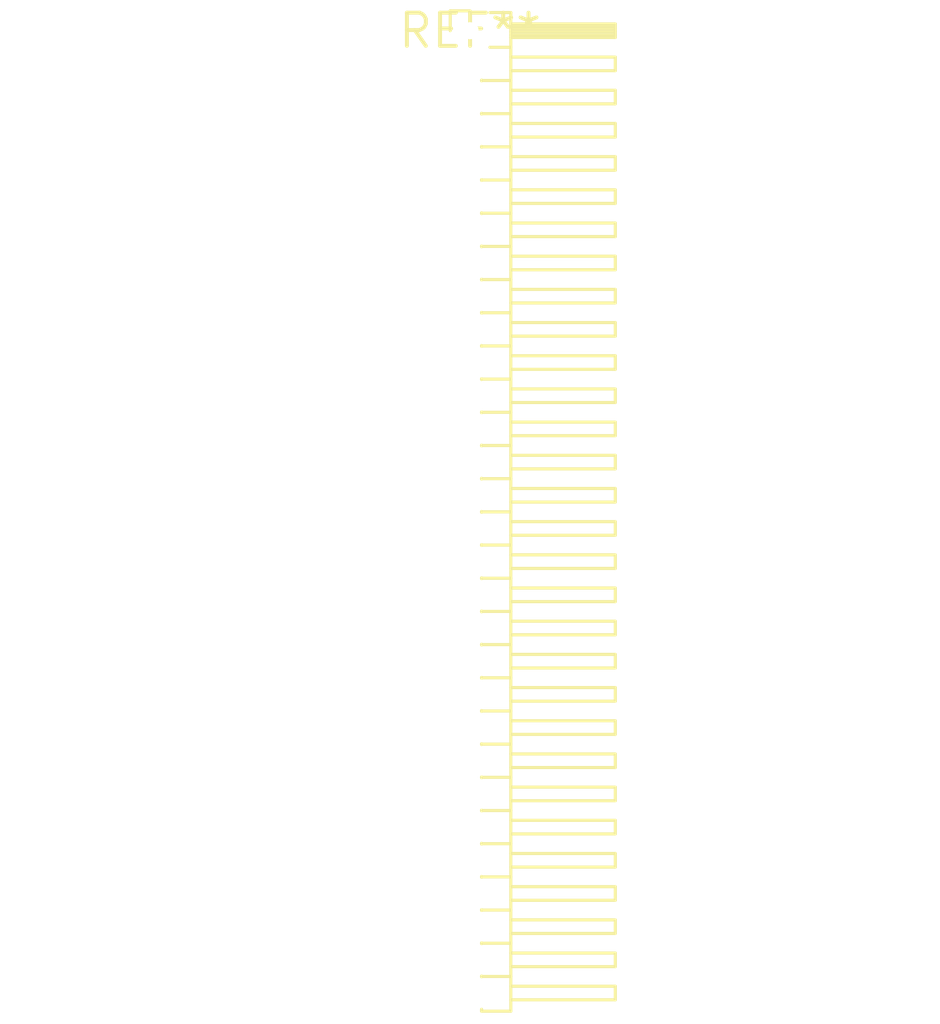
<source format=kicad_pcb>
(kicad_pcb (version 20240108) (generator pcbnew)
  (layers (0 "F.Cu" signal) (31 "B.Cu" signal) (34 "B.Paste" user) (35 "F.Paste" user) (36 "B.SilkS" user "B.Silkscreen") (37 "F.SilkS" user "F.Silkscreen") (38 "B.Mask" user) (39 "F.Mask" user) (44 "Edge.Cuts" user))
  (net 0 "")
  (footprint "PinHeader_1x30_P1.27mm_Horizontal" (layer "F.Cu") (at 0 0)
    (property "Reference" "REF**")
    (property "Value" "PinHeader_1x30_P1.27mm_Horizontal")
    (fp_line (start -0.76 -0.76) (end 0 -0.76) (layer "F.SilkS") (stroke (width 0.12)))
    (fp_line (start -0.76 0) (end -0.76 -0.76) (layer "F.SilkS") (stroke (width 0.12)))
    (fp_line (start 0.44 1.889677) (end 0.44 1.920323) (layer "F.SilkS") (stroke (width 0.12)))
    (fp_line (start 0.44 1.905) (end 1.56 1.905) (layer "F.SilkS") (stroke (width 0.12)))
    (fp_line (start 0.44 3.159677) (end 0.44 3.190323) (layer "F.SilkS") (stroke (width 0.12)))
    (fp_line (start 0.44 3.175) (end 1.56 3.175) (layer "F.SilkS") (stroke (width 0.12)))
    (fp_line (start 0.44 4.429677) (end 0.44 4.460323) (layer "F.SilkS") (stroke (width 0.12)))
    (fp_line (start 0.44 4.445) (end 1.56 4.445) (layer "F.SilkS") (stroke (width 0.12)))
    (fp_line (start 0.44 5.699677) (end 0.44 5.730323) (layer "F.SilkS") (stroke (width 0.12)))
    (fp_line (start 0.44 5.715) (end 1.56 5.715) (layer "F.SilkS") (stroke (width 0.12)))
    (fp_line (start 0.44 6.969677) (end 0.44 7.000323) (layer "F.SilkS") (stroke (width 0.12)))
    (fp_line (start 0.44 6.985) (end 1.56 6.985) (layer "F.SilkS") (stroke (width 0.12)))
    (fp_line (start 0.44 8.239677) (end 0.44 8.270323) (layer "F.SilkS") (stroke (width 0.12)))
    (fp_line (start 0.44 8.255) (end 1.56 8.255) (layer "F.SilkS") (stroke (width 0.12)))
    (fp_line (start 0.44 9.509677) (end 0.44 9.540323) (layer "F.SilkS") (stroke (width 0.12)))
    (fp_line (start 0.44 9.525) (end 1.56 9.525) (layer "F.SilkS") (stroke (width 0.12)))
    (fp_line (start 0.44 10.779677) (end 0.44 10.810323) (layer "F.SilkS") (stroke (width 0.12)))
    (fp_line (start 0.44 10.795) (end 1.56 10.795) (layer "F.SilkS") (stroke (width 0.12)))
    (fp_line (start 0.44 12.049677) (end 0.44 12.080323) (layer "F.SilkS") (stroke (width 0.12)))
    (fp_line (start 0.44 12.065) (end 1.56 12.065) (layer "F.SilkS") (stroke (width 0.12)))
    (fp_line (start 0.44 13.319677) (end 0.44 13.350323) (layer "F.SilkS") (stroke (width 0.12)))
    (fp_line (start 0.44 13.335) (end 1.56 13.335) (layer "F.SilkS") (stroke (width 0.12)))
    (fp_line (start 0.44 14.589677) (end 0.44 14.620323) (layer "F.SilkS") (stroke (width 0.12)))
    (fp_line (start 0.44 14.605) (end 1.56 14.605) (layer "F.SilkS") (stroke (width 0.12)))
    (fp_line (start 0.44 15.859677) (end 0.44 15.890323) (layer "F.SilkS") (stroke (width 0.12)))
    (fp_line (start 0.44 15.875) (end 1.56 15.875) (layer "F.SilkS") (stroke (width 0.12)))
    (fp_line (start 0.44 17.129677) (end 0.44 17.160323) (layer "F.SilkS") (stroke (width 0.12)))
    (fp_line (start 0.44 17.145) (end 1.56 17.145) (layer "F.SilkS") (stroke (width 0.12)))
    (fp_line (start 0.44 18.399677) (end 0.44 18.430323) (layer "F.SilkS") (stroke (width 0.12)))
    (fp_line (start 0.44 18.415) (end 1.56 18.415) (layer "F.SilkS") (stroke (width 0.12)))
    (fp_line (start 0.44 19.669677) (end 0.44 19.700323) (layer "F.SilkS") (stroke (width 0.12)))
    (fp_line (start 0.44 19.685) (end 1.56 19.685) (layer "F.SilkS") (stroke (width 0.12)))
    (fp_line (start 0.44 20.939677) (end 0.44 20.970323) (layer "F.SilkS") (stroke (width 0.12)))
    (fp_line (start 0.44 20.955) (end 1.56 20.955) (layer "F.SilkS") (stroke (width 0.12)))
    (fp_line (start 0.44 22.209677) (end 0.44 22.240323) (layer "F.SilkS") (stroke (width 0.12)))
    (fp_line (start 0.44 22.225) (end 1.56 22.225) (layer "F.SilkS") (stroke (width 0.12)))
    (fp_line (start 0.44 23.479677) (end 0.44 23.510323) (layer "F.SilkS") (stroke (width 0.12)))
    (fp_line (start 0.44 23.495) (end 1.56 23.495) (layer "F.SilkS") (stroke (width 0.12)))
    (fp_line (start 0.44 24.749677) (end 0.44 24.780323) (layer "F.SilkS") (stroke (width 0.12)))
    (fp_line (start 0.44 24.765) (end 1.56 24.765) (layer "F.SilkS") (stroke (width 0.12)))
    (fp_line (start 0.44 26.019677) (end 0.44 26.050323) (layer "F.SilkS") (stroke (width 0.12)))
    (fp_line (start 0.44 26.035) (end 1.56 26.035) (layer "F.SilkS") (stroke (width 0.12)))
    (fp_line (start 0.44 27.289677) (end 0.44 27.320323) (layer "F.SilkS") (stroke (width 0.12)))
    (fp_line (start 0.44 27.305) (end 1.56 27.305) (layer "F.SilkS") (stroke (width 0.12)))
    (fp_line (start 0.44 28.559677) (end 0.44 28.590323) (layer "F.SilkS") (stroke (width 0.12)))
    (fp_line (start 0.44 28.575) (end 1.56 28.575) (layer "F.SilkS") (stroke (width 0.12)))
    (fp_line (start 0.44 29.829677) (end 0.44 29.860323) (layer "F.SilkS") (stroke (width 0.12)))
    (fp_line (start 0.44 29.845) (end 1.56 29.845) (layer "F.SilkS") (stroke (width 0.12)))
    (fp_line (start 0.44 31.099677) (end 0.44 31.130323) (layer "F.SilkS") (stroke (width 0.12)))
    (fp_line (start 0.44 31.115) (end 1.56 31.115) (layer "F.SilkS") (stroke (width 0.12)))
    (fp_line (start 0.44 32.369677) (end 0.44 32.400323) (layer "F.SilkS") (stroke (width 0.12)))
    (fp_line (start 0.44 32.385) (end 1.56 32.385) (layer "F.SilkS") (stroke (width 0.12)))
    (fp_line (start 0.44 33.639677) (end 0.44 33.670323) (layer "F.SilkS") (stroke (width 0.12)))
    (fp_line (start 0.44 33.655) (end 1.56 33.655) (layer "F.SilkS") (stroke (width 0.12)))
    (fp_line (start 0.44 34.909677) (end 0.44 34.940323) (layer "F.SilkS") (stroke (width 0.12)))
    (fp_line (start 0.44 34.925) (end 1.56 34.925) (layer "F.SilkS") (stroke (width 0.12)))
    (fp_line (start 0.44 36.179677) (end 0.44 36.210323) (layer "F.SilkS") (stroke (width 0.12)))
    (fp_line (start 0.44 36.195) (end 1.56 36.195) (layer "F.SilkS") (stroke (width 0.12)))
    (fp_line (start 0.44 37.525) (end 0.44 37.449677) (layer "F.SilkS") (stroke (width 0.12)))
    (fp_line (start 0.76 -0.695) (end 1.56 -0.695) (layer "F.SilkS") (stroke (width 0.12)))
    (fp_line (start 0.76 0.635) (end 1.56 0.635) (layer "F.SilkS") (stroke (width 0.12)))
    (fp_line (start 1.56 -0.695) (end 1.56 37.525) (layer "F.SilkS") (stroke (width 0.12)))
    (fp_line (start 1.56 -0.26) (end 5.56 -0.26) (layer "F.SilkS") (stroke (width 0.12)))
    (fp_line (start 1.56 -0.2) (end 5.56 -0.2) (layer "F.SilkS") (stroke (width 0.12)))
    (fp_line (start 1.56 -0.08) (end 5.56 -0.08) (layer "F.SilkS") (stroke (width 0.12)))
    (fp_line (start 1.56 0.04) (end 5.56 0.04) (layer "F.SilkS") (stroke (width 0.12)))
    (fp_line (start 1.56 0.16) (end 5.56 0.16) (layer "F.SilkS") (stroke (width 0.12)))
    (fp_line (start 1.56 1.01) (end 5.56 1.01) (layer "F.SilkS") (stroke (width 0.12)))
    (fp_line (start 1.56 2.28) (end 5.56 2.28) (layer "F.SilkS") (stroke (width 0.12)))
    (fp_line (start 1.56 3.55) (end 5.56 3.55) (layer "F.SilkS") (stroke (width 0.12)))
    (fp_line (start 1.56 4.82) (end 5.56 4.82) (layer "F.SilkS") (stroke (width 0.12)))
    (fp_line (start 1.56 6.09) (end 5.56 6.09) (layer "F.SilkS") (stroke (width 0.12)))
    (fp_line (start 1.56 7.36) (end 5.56 7.36) (layer "F.SilkS") (stroke (width 0.12)))
    (fp_line (start 1.56 8.63) (end 5.56 8.63) (layer "F.SilkS") (stroke (width 0.12)))
    (fp_line (start 1.56 9.9) (end 5.56 9.9) (layer "F.SilkS") (stroke (width 0.12)))
    (fp_line (start 1.56 11.17) (end 5.56 11.17) (layer "F.SilkS") (stroke (width 0.12)))
    (fp_line (start 1.56 12.44) (end 5.56 12.44) (layer "F.SilkS") (stroke (width 0.12)))
    (fp_line (start 1.56 13.71) (end 5.56 13.71) (layer "F.SilkS") (stroke (width 0.12)))
    (fp_line (start 1.56 14.98) (end 5.56 14.98) (layer "F.SilkS") (stroke (width 0.12)))
    (fp_line (start 1.56 16.25) (end 5.56 16.25) (layer "F.SilkS") (stroke (width 0.12)))
    (fp_line (start 1.56 17.52) (end 5.56 17.52) (layer "F.SilkS") (stroke (width 0.12)))
    (fp_line (start 1.56 18.79) (end 5.56 18.79) (layer "F.SilkS") (stroke (width 0.12)))
    (fp_line (start 1.56 20.06) (end 5.56 20.06) (layer "F.SilkS") (stroke (width 0.12)))
    (fp_line (start 1.56 21.33) (end 5.56 21.33) (layer "F.SilkS") (stroke (width 0.12)))
    (fp_line (start 1.56 22.6) (end 5.56 22.6) (layer "F.SilkS") (stroke (width 0.12)))
    (fp_line (start 1.56 23.87) (end 5.56 23.87) (layer "F.SilkS") (stroke (width 0.12)))
    (fp_line (start 1.56 25.14) (end 5.56 25.14) (layer "F.SilkS") (stroke (width 0.12)))
    (fp_line (start 1.56 26.41) (end 5.56 26.41) (layer "F.SilkS") (stroke (width 0.12)))
    (fp_line (start 1.56 27.68) (end 5.56 27.68) (layer "F.SilkS") (stroke (width 0.12)))
    (fp_line (start 1.56 28.95) (end 5.56 28.95) (layer "F.SilkS") (stroke (width 0.12)))
    (fp_line (start 1.56 30.22) (end 5.56 30.22) (layer "F.SilkS") (stroke (width 0.12)))
    (fp_line (start 1.56 31.49) (end 5.56 31.49) (layer "F.SilkS") (stroke (width 0.12)))
    (fp_line (start 1.56 32.76) (end 5.56 32.76) (layer "F.SilkS") (stroke (width 0.12)))
    (fp_line (start 1.56 34.03) (end 5.56 34.03) (layer "F.SilkS") (stroke (width 0.12)))
    (fp_line (start 1.56 35.3) (end 5.56 35.3) (layer "F.SilkS") (stroke (width 0.12)))
    (fp_line (start 1.56 36.57) (end 5.56 36.57) (layer "F.SilkS") (stroke (width 0.12)))
    (fp_line (start 1.56 37.525) (end 0.44 37.525) (layer "F.SilkS") (stroke (width 0.12)))
    (fp_line (start 5.56 -0.26) (end 5.56 0.26) (layer "F.SilkS") (stroke (width 0.12)))
    (fp_line (start 5.56 0.26) (end 1.56 0.26) (layer "F.SilkS") (stroke (width 0.12)))
    (fp_line (start 5.56 1.01) (end 5.56 1.53) (layer "F.SilkS") (stroke (width 0.12)))
    (fp_line (start 5.56 1.53) (end 1.56 1.53) (layer "F.SilkS") (stroke (width 0.12)))
    (fp_line (start 5.56 2.28) (end 5.56 2.8) (layer "F.SilkS") (stroke (width 0.12)))
    (fp_line (start 5.56 2.8) (end 1.56 2.8) (layer "F.SilkS") (stroke (width 0.12)))
    (fp_line (start 5.56 3.55) (end 5.56 4.07) (layer "F.SilkS") (stroke (width 0.12)))
    (fp_line (start 5.56 4.07) (end 1.56 4.07) (layer "F.SilkS") (stroke (width 0.12)))
    (fp_line (start 5.56 4.82) (end 5.56 5.34) (layer "F.SilkS") (stroke (width 0.12)))
    (fp_line (start 5.56 5.34) (end 1.56 5.34) (layer "F.SilkS") (stroke (width 0.12)))
    (fp_line (start 5.56 6.09) (end 5.56 6.61) (layer "F.SilkS") (stroke (width 0.12)))
    (fp_line (start 5.56 6.61) (end 1.56 6.61) (layer "F.SilkS") (stroke (width 0.12)))
    (fp_line (start 5.56 7.36) (end 5.56 7.88) (layer "F.SilkS") (stroke (width 0.12)))
    (fp_line (start 5.56 7.88) (end 1.56 7.88) (layer "F.SilkS") (stroke (width 0.12)))
    (fp_line (start 5.56 8.63) (end 5.56 9.15) (layer "F.SilkS") (stroke (width 0.12)))
    (fp_line (start 5.56 9.15) (end 1.56 9.15) (layer "F.SilkS") (stroke (width 0.12)))
    (fp_line (start 5.56 9.9) (end 5.56 10.42) (layer "F.SilkS") (stroke (width 0.12)))
    (fp_line (start 5.56 10.42) (end 1.56 10.42) (layer "F.SilkS") (stroke (width 0.12)))
    (fp_line (start 5.56 11.17) (end 5.56 11.69) (layer "F.SilkS") (stroke (width 0.12)))
    (fp_line (start 5.56 11.69) (end 1.56 11.69) (layer "F.SilkS") (stroke (width 0.12)))
    (fp_line (start 5.56 12.44) (end 5.56 12.96) (layer "F.SilkS") (stroke (width 0.12)))
    (fp_line (start 5.56 12.96) (end 1.56 12.96) (layer "F.SilkS") (stroke (width 0.12)))
    (fp_line (start 5.56 13.71) (end 5.56 14.23) (layer "F.SilkS") (stroke (width 0.12)))
    (fp_line (start 5.56 14.23) (end 1.56 14.23) (layer "F.SilkS") (stroke (width 0.12)))
    (fp_line (start 5.56 14.98) (end 5.56 15.5) (layer "F.SilkS") (stroke (width 0.12)))
    (fp_line (start 5.56 15.5) (end 1.56 15.5) (layer "F.SilkS") (stroke (width 0.12)))
    (fp_line (start 5.56 16.25) (end 5.56 16.77) (layer "F.SilkS") (stroke (width 0.12)))
    (fp_line (start 5.56 16.77) (end 1.56 16.77) (layer "F.SilkS") (stroke (width 0.12)))
    (fp_line (start 5.56 17.52) (end 5.56 18.04) (layer "F.SilkS") (stroke (width 0.12)))
    (fp_line (start 5.56 18.04) (end 1.56 18.04) (layer "F.SilkS") (stroke (width 0.12)))
    (fp_line (start 5.56 18.79) (end 5.56 19.31) (layer "F.SilkS") (stroke (width 0.12)))
    (fp_line (start 5.56 19.31) (end 1.56 19.31) (layer "F.SilkS") (stroke (width 0.12)))
    (fp_line (start 5.56 20.06) (end 5.56 20.58) (layer "F.SilkS") (stroke (width 0.12)))
    (fp_line (start 5.56 20.58) (end 1.56 20.58) (layer "F.SilkS") (stroke (width 0.12)))
    (fp_line (start 5.56 21.33) (end 5.56 21.85) (layer "F.SilkS") (stroke (width 0.12)))
    (fp_line (start 5.56 21.85) (end 1.56 21.85) (layer "F.SilkS") (stroke (width 0.12)))
    (fp_line (start 5.56 22.6) (end 5.56 23.12) (layer "F.SilkS") (stroke (width 0.12)))
    (fp_line (start 5.56 23.12) (end 1.56 23.12) (layer "F.SilkS") (stroke (width 0.12)))
    (fp_line (start 5.56 23.87) (end 5.56 24.39) (layer "F.SilkS") (stroke (width 0.12)))
    (fp_line (start 5.56 24.39) (end 1.56 24.39) (layer "F.SilkS") (stroke (width 0.12)))
    (fp_line (start 5.56 25.14) (end 5.56 25.66) (layer "F.SilkS") (stroke (width 0.12)))
    (fp_line (start 5.56 25.66) (end 1.56 25.66) (layer "F.SilkS") (stroke (width 0.12)))
    (fp_line (start 5.56 26.41) (end 5.56 26.93) (layer "F.SilkS") (stroke (width 0.12)))
    (fp_line (start 5.56 26.93) (end 1.56 26.93) (layer "F.SilkS") (stroke (width 0.12)))
    (fp_line (start 5.56 27.68) (end 5.56 28.2) (layer "F.SilkS") (stroke (width 0.12)))
    (fp_line (start 5.56 28.2) (end 1.56 28.2) (layer "F.SilkS") (stroke (width 0.12)))
    (fp_line (start 5.56 28.95) (end 5.56 29.47) (layer "F.SilkS") (stroke (width 0.12)))
    (fp_line (start 5.56 29.47) (end 1.56 29.47) (layer "F.SilkS") (stroke (width 0.12)))
    (fp_line (start 5.56 30.22) (end 5.56 30.74) (layer "F.SilkS") (stroke (width 0.12)))
    (fp_line (start 5.56 30.74) (end 1.56 30.74) (layer "F.SilkS") (stroke (width 0.12)))
    (fp_line (start 5.56 31.49) (end 5.56 32.01) (layer "F.SilkS") (stroke (width 0.12)))
    (fp_line (start 5.56 32.01) (end 1.56 32.01) (layer "F.SilkS") (stroke (width 0.12)))
    (fp_line (start 5.56 32.76) (end 5.56 33.28) (layer "F.SilkS") (stroke (width 0.12)))
    (fp_line (start 5.56 33.28) (end 1.56 33.28) (layer "F.SilkS") (stroke (width 0.12)))
    (fp_line (start 5.56 34.03) (end 5.56 34.55) (layer "F.SilkS") (stroke (width 0.12)))
    (fp_line (start 5.56 34.55) (end 1.56 34.55) (layer "F.SilkS") (stroke (width 0.12)))
    (fp_line (start 5.56 35.3) (end 5.56 35.82) (layer "F.SilkS") (stroke (width 0.12)))
    (fp_line (start 5.56 35.82) (end 1.56 35.82) (layer "F.SilkS") (stroke (width 0.12)))
    (fp_line (start 5.56 36.57) (end 5.56 37.09) (layer "F.SilkS") (stroke (width 0.12)))
    (fp_line (start 5.56 37.09) (end 1.56 37.09) (layer "F.SilkS") (stroke (width 0.12)))
    (pad "1" thru_hole rect (at 0 0) (size 1 1) (drill 0.65) (layers *.Cu *.Mask) (remove_unused_layers))
    (pad "2" thru_hole oval (at 0 1.27) (size 1 1) (drill 0.65) (layers *.Cu *.Mask) (remove_unused_layers))
    (pad "3" thru_hole oval (at 0 2.54) (size 1 1) (drill 0.65) (layers *.Cu *.Mask) (remove_unused_layers))
    (pad "4" thru_hole oval (at 0 3.81) (size 1 1) (drill 0.65) (layers *.Cu *.Mask) (remove_unused_layers))
    (pad "5" thru_hole oval (at 0 5.08) (size 1 1) (drill 0.65) (layers *.Cu *.Mask) (remove_unused_layers))
    (pad "6" thru_hole oval (at 0 6.35) (size 1 1) (drill 0.65) (layers *.Cu *.Mask) (remove_unused_layers))
    (pad "7" thru_hole oval (at 0 7.62) (size 1 1) (drill 0.65) (layers *.Cu *.Mask) (remove_unused_layers))
    (pad "8" thru_hole oval (at 0 8.89) (size 1 1) (drill 0.65) (layers *.Cu *.Mask) (remove_unused_layers))
    (pad "9" thru_hole oval (at 0 10.16) (size 1 1) (drill 0.65) (layers *.Cu *.Mask) (remove_unused_layers))
    (pad "10" thru_hole oval (at 0 11.43) (size 1 1) (drill 0.65) (layers *.Cu *.Mask) (remove_unused_layers))
    (pad "11" thru_hole oval (at 0 12.7) (size 1 1) (drill 0.65) (layers *.Cu *.Mask) (remove_unused_layers))
    (pad "12" thru_hole oval (at 0 13.97) (size 1 1) (drill 0.65) (layers *.Cu *.Mask) (remove_unused_layers))
    (pad "13" thru_hole oval (at 0 15.24) (size 1 1) (drill 0.65) (layers *.Cu *.Mask) (remove_unused_layers))
    (pad "14" thru_hole oval (at 0 16.51) (size 1 1) (drill 0.65) (layers *.Cu *.Mask) (remove_unused_layers))
    (pad "15" thru_hole oval (at 0 17.78) (size 1 1) (drill 0.65) (layers *.Cu *.Mask) (remove_unused_layers))
    (pad "16" thru_hole oval (at 0 19.05) (size 1 1) (drill 0.65) (layers *.Cu *.Mask) (remove_unused_layers))
    (pad "17" thru_hole oval (at 0 20.32) (size 1 1) (drill 0.65) (layers *.Cu *.Mask) (remove_unused_layers))
    (pad "18" thru_hole oval (at 0 21.59) (size 1 1) (drill 0.65) (layers *.Cu *.Mask) (remove_unused_layers))
    (pad "19" thru_hole oval (at 0 22.86) (size 1 1) (drill 0.65) (layers *.Cu *.Mask) (remove_unused_layers))
    (pad "20" thru_hole oval (at 0 24.13) (size 1 1) (drill 0.65) (layers *.Cu *.Mask) (remove_unused_layers))
    (pad "21" thru_hole oval (at 0 25.4) (size 1 1) (drill 0.65) (layers *.Cu *.Mask) (remove_unused_layers))
    (pad "22" thru_hole oval (at 0 26.67) (size 1 1) (drill 0.65) (layers *.Cu *.Mask) (remove_unused_layers))
    (pad "23" thru_hole oval (at 0 27.94) (size 1 1) (drill 0.65) (layers *.Cu *.Mask) (remove_unused_layers))
    (pad "24" thru_hole oval (at 0 29.21) (size 1 1) (drill 0.65) (layers *.Cu *.Mask) (remove_unused_layers))
    (pad "25" thru_hole oval (at 0 30.48) (size 1 1) (drill 0.65) (layers *.Cu *.Mask) (remove_unused_layers))
    (pad "26" thru_hole oval (at 0 31.75) (size 1 1) (drill 0.65) (layers *.Cu *.Mask) (remove_unused_layers))
    (pad "27" thru_hole oval (at 0 33.02) (size 1 1) (drill 0.65) (layers *.Cu *.Mask) (remove_unused_layers))
    (pad "28" thru_hole oval (at 0 34.29) (size 1 1) (drill 0.65) (layers *.Cu *.Mask) (remove_unused_layers))
    (pad "29" thru_hole oval (at 0 35.56) (size 1 1) (drill 0.65) (layers *.Cu *.Mask) (remove_unused_layers))
    (pad "30" thru_hole oval (at 0 36.83) (size 1 1) (drill 0.65) (layers *.Cu *.Mask) (remove_unused_layers))
  )
)
</source>
